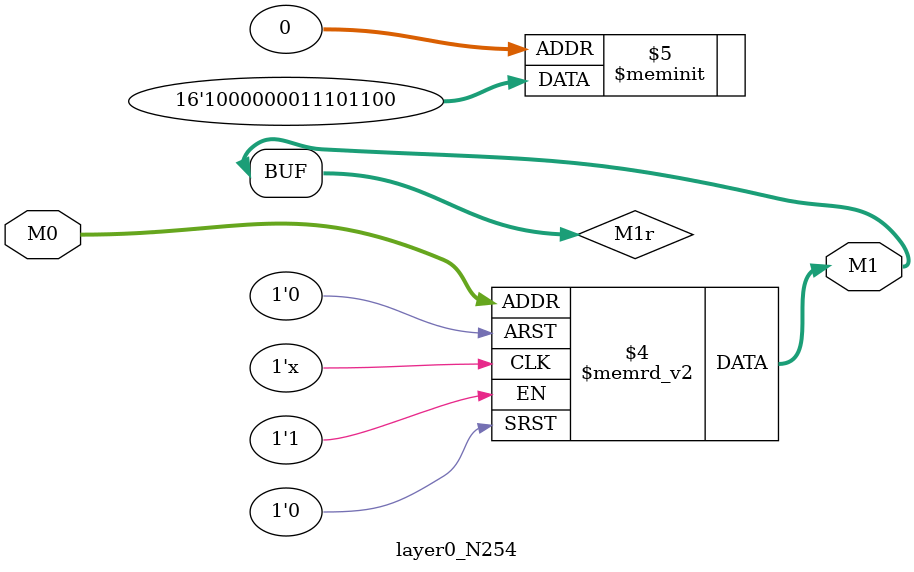
<source format=v>
module layer0_N254 ( input [2:0] M0, output [1:0] M1 );

	(*rom_style = "distributed" *) reg [1:0] M1r;
	assign M1 = M1r;
	always @ (M0) begin
		case (M0)
			3'b000: M1r = 2'b00;
			3'b100: M1r = 2'b00;
			3'b010: M1r = 2'b10;
			3'b110: M1r = 2'b00;
			3'b001: M1r = 2'b11;
			3'b101: M1r = 2'b00;
			3'b011: M1r = 2'b11;
			3'b111: M1r = 2'b10;

		endcase
	end
endmodule

</source>
